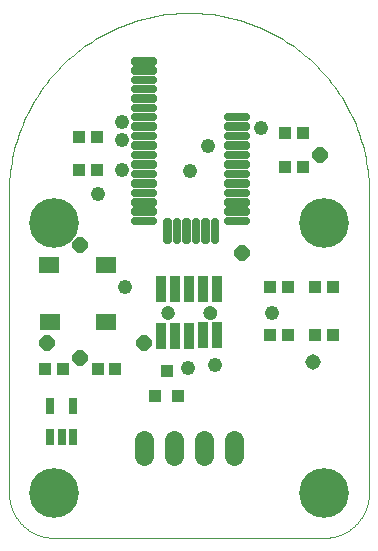
<source format=gts>
G75*
%MOIN*%
%OFA0B0*%
%FSLAX25Y25*%
%IPPOS*%
%LPD*%
%AMOC8*
5,1,8,0,0,1.08239X$1,22.5*
%
%ADD10R,0.03950X0.04343*%
%ADD11R,0.03300X0.08800*%
%ADD12C,0.00000*%
%ADD13C,0.04737*%
%ADD14R,0.06902X0.05524*%
%ADD15C,0.01938*%
%ADD16C,0.06343*%
%ADD17C,0.16611*%
%ADD18R,0.02965X0.05524*%
%ADD19R,0.03950X0.03950*%
%ADD20OC8,0.05156*%
%ADD21C,0.04800*%
%ADD22C,0.05156*%
D10*
X0052715Y0052331D03*
X0060196Y0052331D03*
X0056456Y0060599D03*
D11*
X0054507Y0072341D03*
X0059231Y0072341D03*
X0063956Y0072341D03*
X0068680Y0072538D03*
X0073404Y0072538D03*
X0073404Y0087893D03*
X0068680Y0087893D03*
X0063956Y0087893D03*
X0059231Y0087893D03*
X0054704Y0087893D03*
D12*
X0003956Y0120019D02*
X0003956Y0020019D01*
X0003960Y0019657D01*
X0003974Y0019294D01*
X0003995Y0018932D01*
X0004026Y0018571D01*
X0004065Y0018211D01*
X0004113Y0017852D01*
X0004170Y0017494D01*
X0004235Y0017137D01*
X0004309Y0016782D01*
X0004392Y0016429D01*
X0004483Y0016078D01*
X0004582Y0015730D01*
X0004690Y0015384D01*
X0004806Y0015040D01*
X0004931Y0014700D01*
X0005063Y0014363D01*
X0005204Y0014029D01*
X0005353Y0013698D01*
X0005510Y0013371D01*
X0005674Y0013048D01*
X0005846Y0012729D01*
X0006026Y0012415D01*
X0006214Y0012104D01*
X0006409Y0011799D01*
X0006611Y0011498D01*
X0006821Y0011202D01*
X0007037Y0010912D01*
X0007261Y0010626D01*
X0007491Y0010346D01*
X0007728Y0010072D01*
X0007972Y0009804D01*
X0008222Y0009541D01*
X0008478Y0009285D01*
X0008741Y0009035D01*
X0009009Y0008791D01*
X0009283Y0008554D01*
X0009563Y0008324D01*
X0009849Y0008100D01*
X0010139Y0007884D01*
X0010435Y0007674D01*
X0010736Y0007472D01*
X0011041Y0007277D01*
X0011352Y0007089D01*
X0011666Y0006909D01*
X0011985Y0006737D01*
X0012308Y0006573D01*
X0012635Y0006416D01*
X0012966Y0006267D01*
X0013300Y0006126D01*
X0013637Y0005994D01*
X0013977Y0005869D01*
X0014321Y0005753D01*
X0014667Y0005645D01*
X0015015Y0005546D01*
X0015366Y0005455D01*
X0015719Y0005372D01*
X0016074Y0005298D01*
X0016431Y0005233D01*
X0016789Y0005176D01*
X0017148Y0005128D01*
X0017508Y0005089D01*
X0017869Y0005058D01*
X0018231Y0005037D01*
X0018594Y0005023D01*
X0018956Y0005019D01*
X0108956Y0005019D01*
X0109318Y0005023D01*
X0109681Y0005037D01*
X0110043Y0005058D01*
X0110404Y0005089D01*
X0110764Y0005128D01*
X0111123Y0005176D01*
X0111481Y0005233D01*
X0111838Y0005298D01*
X0112193Y0005372D01*
X0112546Y0005455D01*
X0112897Y0005546D01*
X0113245Y0005645D01*
X0113591Y0005753D01*
X0113935Y0005869D01*
X0114275Y0005994D01*
X0114612Y0006126D01*
X0114946Y0006267D01*
X0115277Y0006416D01*
X0115604Y0006573D01*
X0115927Y0006737D01*
X0116246Y0006909D01*
X0116560Y0007089D01*
X0116871Y0007277D01*
X0117176Y0007472D01*
X0117477Y0007674D01*
X0117773Y0007884D01*
X0118063Y0008100D01*
X0118349Y0008324D01*
X0118629Y0008554D01*
X0118903Y0008791D01*
X0119171Y0009035D01*
X0119434Y0009285D01*
X0119690Y0009541D01*
X0119940Y0009804D01*
X0120184Y0010072D01*
X0120421Y0010346D01*
X0120651Y0010626D01*
X0120875Y0010912D01*
X0121091Y0011202D01*
X0121301Y0011498D01*
X0121503Y0011799D01*
X0121698Y0012104D01*
X0121886Y0012415D01*
X0122066Y0012729D01*
X0122238Y0013048D01*
X0122402Y0013371D01*
X0122559Y0013698D01*
X0122708Y0014029D01*
X0122849Y0014363D01*
X0122981Y0014700D01*
X0123106Y0015040D01*
X0123222Y0015384D01*
X0123330Y0015730D01*
X0123429Y0016078D01*
X0123520Y0016429D01*
X0123603Y0016782D01*
X0123677Y0017137D01*
X0123742Y0017494D01*
X0123799Y0017852D01*
X0123847Y0018211D01*
X0123886Y0018571D01*
X0123917Y0018932D01*
X0123938Y0019294D01*
X0123952Y0019657D01*
X0123956Y0020019D01*
X0123956Y0120019D01*
X0069073Y0080019D02*
X0069075Y0080107D01*
X0069081Y0080195D01*
X0069091Y0080283D01*
X0069105Y0080371D01*
X0069122Y0080457D01*
X0069144Y0080543D01*
X0069169Y0080627D01*
X0069199Y0080711D01*
X0069231Y0080793D01*
X0069268Y0080873D01*
X0069308Y0080952D01*
X0069352Y0081029D01*
X0069399Y0081104D01*
X0069449Y0081176D01*
X0069503Y0081247D01*
X0069559Y0081314D01*
X0069619Y0081380D01*
X0069681Y0081442D01*
X0069747Y0081502D01*
X0069814Y0081558D01*
X0069885Y0081612D01*
X0069957Y0081662D01*
X0070032Y0081709D01*
X0070109Y0081753D01*
X0070188Y0081793D01*
X0070268Y0081830D01*
X0070350Y0081862D01*
X0070434Y0081892D01*
X0070518Y0081917D01*
X0070604Y0081939D01*
X0070690Y0081956D01*
X0070778Y0081970D01*
X0070866Y0081980D01*
X0070954Y0081986D01*
X0071042Y0081988D01*
X0071130Y0081986D01*
X0071218Y0081980D01*
X0071306Y0081970D01*
X0071394Y0081956D01*
X0071480Y0081939D01*
X0071566Y0081917D01*
X0071650Y0081892D01*
X0071734Y0081862D01*
X0071816Y0081830D01*
X0071896Y0081793D01*
X0071975Y0081753D01*
X0072052Y0081709D01*
X0072127Y0081662D01*
X0072199Y0081612D01*
X0072270Y0081558D01*
X0072337Y0081502D01*
X0072403Y0081442D01*
X0072465Y0081380D01*
X0072525Y0081314D01*
X0072581Y0081247D01*
X0072635Y0081176D01*
X0072685Y0081104D01*
X0072732Y0081029D01*
X0072776Y0080952D01*
X0072816Y0080873D01*
X0072853Y0080793D01*
X0072885Y0080711D01*
X0072915Y0080627D01*
X0072940Y0080543D01*
X0072962Y0080457D01*
X0072979Y0080371D01*
X0072993Y0080283D01*
X0073003Y0080195D01*
X0073009Y0080107D01*
X0073011Y0080019D01*
X0073009Y0079931D01*
X0073003Y0079843D01*
X0072993Y0079755D01*
X0072979Y0079667D01*
X0072962Y0079581D01*
X0072940Y0079495D01*
X0072915Y0079411D01*
X0072885Y0079327D01*
X0072853Y0079245D01*
X0072816Y0079165D01*
X0072776Y0079086D01*
X0072732Y0079009D01*
X0072685Y0078934D01*
X0072635Y0078862D01*
X0072581Y0078791D01*
X0072525Y0078724D01*
X0072465Y0078658D01*
X0072403Y0078596D01*
X0072337Y0078536D01*
X0072270Y0078480D01*
X0072199Y0078426D01*
X0072127Y0078376D01*
X0072052Y0078329D01*
X0071975Y0078285D01*
X0071896Y0078245D01*
X0071816Y0078208D01*
X0071734Y0078176D01*
X0071650Y0078146D01*
X0071566Y0078121D01*
X0071480Y0078099D01*
X0071394Y0078082D01*
X0071306Y0078068D01*
X0071218Y0078058D01*
X0071130Y0078052D01*
X0071042Y0078050D01*
X0070954Y0078052D01*
X0070866Y0078058D01*
X0070778Y0078068D01*
X0070690Y0078082D01*
X0070604Y0078099D01*
X0070518Y0078121D01*
X0070434Y0078146D01*
X0070350Y0078176D01*
X0070268Y0078208D01*
X0070188Y0078245D01*
X0070109Y0078285D01*
X0070032Y0078329D01*
X0069957Y0078376D01*
X0069885Y0078426D01*
X0069814Y0078480D01*
X0069747Y0078536D01*
X0069681Y0078596D01*
X0069619Y0078658D01*
X0069559Y0078724D01*
X0069503Y0078791D01*
X0069449Y0078862D01*
X0069399Y0078934D01*
X0069352Y0079009D01*
X0069308Y0079086D01*
X0069268Y0079165D01*
X0069231Y0079245D01*
X0069199Y0079327D01*
X0069169Y0079411D01*
X0069144Y0079495D01*
X0069122Y0079581D01*
X0069105Y0079667D01*
X0069091Y0079755D01*
X0069081Y0079843D01*
X0069075Y0079931D01*
X0069073Y0080019D01*
X0054900Y0080019D02*
X0054902Y0080107D01*
X0054908Y0080195D01*
X0054918Y0080283D01*
X0054932Y0080371D01*
X0054949Y0080457D01*
X0054971Y0080543D01*
X0054996Y0080627D01*
X0055026Y0080711D01*
X0055058Y0080793D01*
X0055095Y0080873D01*
X0055135Y0080952D01*
X0055179Y0081029D01*
X0055226Y0081104D01*
X0055276Y0081176D01*
X0055330Y0081247D01*
X0055386Y0081314D01*
X0055446Y0081380D01*
X0055508Y0081442D01*
X0055574Y0081502D01*
X0055641Y0081558D01*
X0055712Y0081612D01*
X0055784Y0081662D01*
X0055859Y0081709D01*
X0055936Y0081753D01*
X0056015Y0081793D01*
X0056095Y0081830D01*
X0056177Y0081862D01*
X0056261Y0081892D01*
X0056345Y0081917D01*
X0056431Y0081939D01*
X0056517Y0081956D01*
X0056605Y0081970D01*
X0056693Y0081980D01*
X0056781Y0081986D01*
X0056869Y0081988D01*
X0056957Y0081986D01*
X0057045Y0081980D01*
X0057133Y0081970D01*
X0057221Y0081956D01*
X0057307Y0081939D01*
X0057393Y0081917D01*
X0057477Y0081892D01*
X0057561Y0081862D01*
X0057643Y0081830D01*
X0057723Y0081793D01*
X0057802Y0081753D01*
X0057879Y0081709D01*
X0057954Y0081662D01*
X0058026Y0081612D01*
X0058097Y0081558D01*
X0058164Y0081502D01*
X0058230Y0081442D01*
X0058292Y0081380D01*
X0058352Y0081314D01*
X0058408Y0081247D01*
X0058462Y0081176D01*
X0058512Y0081104D01*
X0058559Y0081029D01*
X0058603Y0080952D01*
X0058643Y0080873D01*
X0058680Y0080793D01*
X0058712Y0080711D01*
X0058742Y0080627D01*
X0058767Y0080543D01*
X0058789Y0080457D01*
X0058806Y0080371D01*
X0058820Y0080283D01*
X0058830Y0080195D01*
X0058836Y0080107D01*
X0058838Y0080019D01*
X0058836Y0079931D01*
X0058830Y0079843D01*
X0058820Y0079755D01*
X0058806Y0079667D01*
X0058789Y0079581D01*
X0058767Y0079495D01*
X0058742Y0079411D01*
X0058712Y0079327D01*
X0058680Y0079245D01*
X0058643Y0079165D01*
X0058603Y0079086D01*
X0058559Y0079009D01*
X0058512Y0078934D01*
X0058462Y0078862D01*
X0058408Y0078791D01*
X0058352Y0078724D01*
X0058292Y0078658D01*
X0058230Y0078596D01*
X0058164Y0078536D01*
X0058097Y0078480D01*
X0058026Y0078426D01*
X0057954Y0078376D01*
X0057879Y0078329D01*
X0057802Y0078285D01*
X0057723Y0078245D01*
X0057643Y0078208D01*
X0057561Y0078176D01*
X0057477Y0078146D01*
X0057393Y0078121D01*
X0057307Y0078099D01*
X0057221Y0078082D01*
X0057133Y0078068D01*
X0057045Y0078058D01*
X0056957Y0078052D01*
X0056869Y0078050D01*
X0056781Y0078052D01*
X0056693Y0078058D01*
X0056605Y0078068D01*
X0056517Y0078082D01*
X0056431Y0078099D01*
X0056345Y0078121D01*
X0056261Y0078146D01*
X0056177Y0078176D01*
X0056095Y0078208D01*
X0056015Y0078245D01*
X0055936Y0078285D01*
X0055859Y0078329D01*
X0055784Y0078376D01*
X0055712Y0078426D01*
X0055641Y0078480D01*
X0055574Y0078536D01*
X0055508Y0078596D01*
X0055446Y0078658D01*
X0055386Y0078724D01*
X0055330Y0078791D01*
X0055276Y0078862D01*
X0055226Y0078934D01*
X0055179Y0079009D01*
X0055135Y0079086D01*
X0055095Y0079165D01*
X0055058Y0079245D01*
X0055026Y0079327D01*
X0054996Y0079411D01*
X0054971Y0079495D01*
X0054949Y0079581D01*
X0054932Y0079667D01*
X0054918Y0079755D01*
X0054908Y0079843D01*
X0054902Y0079931D01*
X0054900Y0080019D01*
X0003956Y0120019D02*
X0003974Y0121480D01*
X0004027Y0122940D01*
X0004116Y0124399D01*
X0004240Y0125855D01*
X0004400Y0127307D01*
X0004595Y0128755D01*
X0004826Y0130198D01*
X0005091Y0131635D01*
X0005391Y0133065D01*
X0005726Y0134487D01*
X0006096Y0135901D01*
X0006500Y0137305D01*
X0006938Y0138699D01*
X0007410Y0140082D01*
X0007915Y0141453D01*
X0008454Y0142811D01*
X0009025Y0144156D01*
X0009629Y0145486D01*
X0010265Y0146802D01*
X0010933Y0148101D01*
X0011633Y0149384D01*
X0012364Y0150649D01*
X0013125Y0151897D01*
X0013916Y0153125D01*
X0014737Y0154334D01*
X0015587Y0155522D01*
X0016466Y0156689D01*
X0017373Y0157835D01*
X0018308Y0158958D01*
X0019270Y0160058D01*
X0020258Y0161134D01*
X0021272Y0162186D01*
X0022312Y0163213D01*
X0023376Y0164214D01*
X0024464Y0165190D01*
X0025576Y0166138D01*
X0026710Y0167059D01*
X0027867Y0167952D01*
X0029044Y0168816D01*
X0030243Y0169652D01*
X0031462Y0170458D01*
X0032700Y0171235D01*
X0033956Y0171981D01*
X0035230Y0172696D01*
X0036521Y0173380D01*
X0037829Y0174032D01*
X0039152Y0174652D01*
X0040490Y0175240D01*
X0041841Y0175795D01*
X0043206Y0176317D01*
X0044583Y0176805D01*
X0045972Y0177260D01*
X0047371Y0177681D01*
X0048780Y0178068D01*
X0050198Y0178420D01*
X0051624Y0178738D01*
X0053058Y0179021D01*
X0054498Y0179269D01*
X0055943Y0179482D01*
X0057394Y0179659D01*
X0058848Y0179801D01*
X0060305Y0179908D01*
X0061765Y0179979D01*
X0063225Y0180015D01*
X0064687Y0180015D01*
X0066147Y0179979D01*
X0067607Y0179908D01*
X0069064Y0179801D01*
X0070518Y0179659D01*
X0071969Y0179482D01*
X0073414Y0179269D01*
X0074854Y0179021D01*
X0076288Y0178738D01*
X0077714Y0178420D01*
X0079132Y0178068D01*
X0080541Y0177681D01*
X0081940Y0177260D01*
X0083329Y0176805D01*
X0084706Y0176317D01*
X0086071Y0175795D01*
X0087422Y0175240D01*
X0088760Y0174652D01*
X0090083Y0174032D01*
X0091391Y0173380D01*
X0092682Y0172696D01*
X0093956Y0171981D01*
X0095212Y0171235D01*
X0096450Y0170458D01*
X0097669Y0169652D01*
X0098868Y0168816D01*
X0100045Y0167952D01*
X0101202Y0167059D01*
X0102336Y0166138D01*
X0103448Y0165190D01*
X0104536Y0164214D01*
X0105600Y0163213D01*
X0106640Y0162186D01*
X0107654Y0161134D01*
X0108642Y0160058D01*
X0109604Y0158958D01*
X0110539Y0157835D01*
X0111446Y0156689D01*
X0112325Y0155522D01*
X0113175Y0154334D01*
X0113996Y0153125D01*
X0114787Y0151897D01*
X0115548Y0150649D01*
X0116279Y0149384D01*
X0116979Y0148101D01*
X0117647Y0146802D01*
X0118283Y0145486D01*
X0118887Y0144156D01*
X0119458Y0142811D01*
X0119997Y0141453D01*
X0120502Y0140082D01*
X0120974Y0138699D01*
X0121412Y0137305D01*
X0121816Y0135901D01*
X0122186Y0134487D01*
X0122521Y0133065D01*
X0122821Y0131635D01*
X0123086Y0130198D01*
X0123317Y0128755D01*
X0123512Y0127307D01*
X0123672Y0125855D01*
X0123796Y0124399D01*
X0123885Y0122940D01*
X0123938Y0121480D01*
X0123956Y0120019D01*
D13*
X0071042Y0080019D03*
X0056869Y0080019D03*
D14*
X0036180Y0076918D03*
X0036180Y0095816D03*
X0017282Y0095816D03*
X0017676Y0076918D03*
D15*
X0045588Y0110165D02*
X0052324Y0110165D01*
X0045588Y0110165D02*
X0045588Y0110995D01*
X0052324Y0110995D01*
X0052324Y0110165D01*
X0052324Y0113314D02*
X0045588Y0113314D01*
X0045588Y0114144D01*
X0052324Y0114144D01*
X0052324Y0113314D01*
X0052324Y0116464D02*
X0045588Y0116464D01*
X0045588Y0117294D01*
X0052324Y0117294D01*
X0052324Y0116464D01*
X0052324Y0119613D02*
X0045588Y0119613D01*
X0045588Y0120443D01*
X0052324Y0120443D01*
X0052324Y0119613D01*
X0052324Y0122763D02*
X0045588Y0122763D01*
X0045588Y0123593D01*
X0052324Y0123593D01*
X0052324Y0122763D01*
X0052324Y0125913D02*
X0045588Y0125913D01*
X0045588Y0126743D01*
X0052324Y0126743D01*
X0052324Y0125913D01*
X0052324Y0129062D02*
X0045588Y0129062D01*
X0045588Y0129892D01*
X0052324Y0129892D01*
X0052324Y0129062D01*
X0052324Y0132212D02*
X0045588Y0132212D01*
X0045588Y0133042D01*
X0052324Y0133042D01*
X0052324Y0132212D01*
X0052324Y0135361D02*
X0045588Y0135361D01*
X0045588Y0136191D01*
X0052324Y0136191D01*
X0052324Y0135361D01*
X0052324Y0138511D02*
X0045588Y0138511D01*
X0045588Y0139341D01*
X0052324Y0139341D01*
X0052324Y0138511D01*
X0052324Y0141661D02*
X0045588Y0141661D01*
X0045588Y0142491D01*
X0052324Y0142491D01*
X0052324Y0141661D01*
X0052324Y0144810D02*
X0045588Y0144810D01*
X0045588Y0145640D01*
X0052324Y0145640D01*
X0052324Y0144810D01*
X0052324Y0147960D02*
X0045588Y0147960D01*
X0045588Y0148790D01*
X0052324Y0148790D01*
X0052324Y0147960D01*
X0052324Y0151109D02*
X0045588Y0151109D01*
X0045588Y0151939D01*
X0052324Y0151939D01*
X0052324Y0151109D01*
X0052324Y0154259D02*
X0045588Y0154259D01*
X0045588Y0155089D01*
X0052324Y0155089D01*
X0052324Y0154259D01*
X0052324Y0157291D02*
X0045588Y0157291D01*
X0045588Y0158121D01*
X0052324Y0158121D01*
X0052324Y0157291D01*
X0052324Y0160322D02*
X0045588Y0160322D01*
X0045588Y0161152D01*
X0052324Y0161152D01*
X0052324Y0160322D01*
X0052324Y0163354D02*
X0045588Y0163354D01*
X0045588Y0164184D01*
X0052324Y0164184D01*
X0052324Y0163354D01*
X0076690Y0144810D02*
X0083426Y0144810D01*
X0076690Y0144810D02*
X0076690Y0145640D01*
X0083426Y0145640D01*
X0083426Y0144810D01*
X0083426Y0141661D02*
X0076690Y0141661D01*
X0076690Y0142491D01*
X0083426Y0142491D01*
X0083426Y0141661D01*
X0083426Y0138511D02*
X0076690Y0138511D01*
X0076690Y0139341D01*
X0083426Y0139341D01*
X0083426Y0138511D01*
X0083426Y0135361D02*
X0076690Y0135361D01*
X0076690Y0136191D01*
X0083426Y0136191D01*
X0083426Y0135361D01*
X0083426Y0132212D02*
X0076690Y0132212D01*
X0076690Y0133042D01*
X0083426Y0133042D01*
X0083426Y0132212D01*
X0083426Y0129062D02*
X0076690Y0129062D01*
X0076690Y0129892D01*
X0083426Y0129892D01*
X0083426Y0129062D01*
X0083426Y0125913D02*
X0076690Y0125913D01*
X0076690Y0126743D01*
X0083426Y0126743D01*
X0083426Y0125913D01*
X0083426Y0122763D02*
X0076690Y0122763D01*
X0076690Y0123593D01*
X0083426Y0123593D01*
X0083426Y0122763D01*
X0083426Y0119613D02*
X0076690Y0119613D01*
X0076690Y0120443D01*
X0083426Y0120443D01*
X0083426Y0119613D01*
X0083426Y0116464D02*
X0076690Y0116464D01*
X0076690Y0117294D01*
X0083426Y0117294D01*
X0083426Y0116464D01*
X0083426Y0113314D02*
X0076690Y0113314D01*
X0076690Y0114144D01*
X0083426Y0114144D01*
X0083426Y0113314D01*
X0083426Y0110165D02*
X0076690Y0110165D01*
X0076690Y0110995D01*
X0083426Y0110995D01*
X0083426Y0110165D01*
X0072993Y0110798D02*
X0072993Y0104062D01*
X0072163Y0104062D01*
X0072163Y0110798D01*
X0072993Y0110798D01*
X0072993Y0105999D02*
X0072163Y0105999D01*
X0072163Y0107936D02*
X0072993Y0107936D01*
X0072993Y0109873D02*
X0072163Y0109873D01*
X0069843Y0110798D02*
X0069843Y0104062D01*
X0069013Y0104062D01*
X0069013Y0110798D01*
X0069843Y0110798D01*
X0069843Y0105999D02*
X0069013Y0105999D01*
X0069013Y0107936D02*
X0069843Y0107936D01*
X0069843Y0109873D02*
X0069013Y0109873D01*
X0066693Y0110798D02*
X0066693Y0104062D01*
X0065863Y0104062D01*
X0065863Y0110798D01*
X0066693Y0110798D01*
X0066693Y0105999D02*
X0065863Y0105999D01*
X0065863Y0107936D02*
X0066693Y0107936D01*
X0066693Y0109873D02*
X0065863Y0109873D01*
X0063544Y0110798D02*
X0063544Y0104062D01*
X0062714Y0104062D01*
X0062714Y0110798D01*
X0063544Y0110798D01*
X0063544Y0105999D02*
X0062714Y0105999D01*
X0062714Y0107936D02*
X0063544Y0107936D01*
X0063544Y0109873D02*
X0062714Y0109873D01*
X0060394Y0110798D02*
X0060394Y0104062D01*
X0059564Y0104062D01*
X0059564Y0110798D01*
X0060394Y0110798D01*
X0060394Y0105999D02*
X0059564Y0105999D01*
X0059564Y0107936D02*
X0060394Y0107936D01*
X0060394Y0109873D02*
X0059564Y0109873D01*
X0057245Y0110798D02*
X0057245Y0104062D01*
X0056415Y0104062D01*
X0056415Y0110798D01*
X0057245Y0110798D01*
X0057245Y0105999D02*
X0056415Y0105999D01*
X0056415Y0107936D02*
X0057245Y0107936D01*
X0057245Y0109873D02*
X0056415Y0109873D01*
D16*
X0058956Y0037790D02*
X0058956Y0032247D01*
X0048956Y0032247D02*
X0048956Y0037790D01*
X0068956Y0037790D02*
X0068956Y0032247D01*
X0078956Y0032247D02*
X0078956Y0037790D01*
D17*
X0108956Y0020019D03*
X0108956Y0110019D03*
X0018956Y0110019D03*
X0018956Y0020019D03*
D18*
X0017715Y0038650D03*
X0021456Y0038650D03*
X0025196Y0038650D03*
X0025196Y0048887D03*
X0017715Y0048887D03*
D19*
X0016003Y0061269D03*
X0021908Y0061269D03*
X0033503Y0061269D03*
X0039408Y0061269D03*
X0033158Y0127519D03*
X0027253Y0127519D03*
X0027253Y0138769D03*
X0033158Y0138769D03*
X0091003Y0088769D03*
X0096908Y0088769D03*
X0106003Y0088769D03*
X0111908Y0088769D03*
X0111908Y0072519D03*
X0106003Y0072519D03*
X0096908Y0072519D03*
X0091003Y0072519D03*
X0096003Y0128769D03*
X0101908Y0128769D03*
X0101908Y0140019D03*
X0096003Y0140019D03*
D20*
X0107706Y0132519D03*
X0081456Y0100019D03*
X0048956Y0070019D03*
X0027706Y0065019D03*
X0016456Y0070019D03*
X0027706Y0102519D03*
D21*
X0033706Y0119769D03*
X0041706Y0127769D03*
X0041706Y0137769D03*
X0041706Y0143769D03*
X0064206Y0127269D03*
X0070206Y0135519D03*
X0087956Y0141519D03*
X0091456Y0080019D03*
X0072706Y0062519D03*
X0063706Y0061769D03*
X0042706Y0088769D03*
D22*
X0105206Y0063769D03*
M02*

</source>
